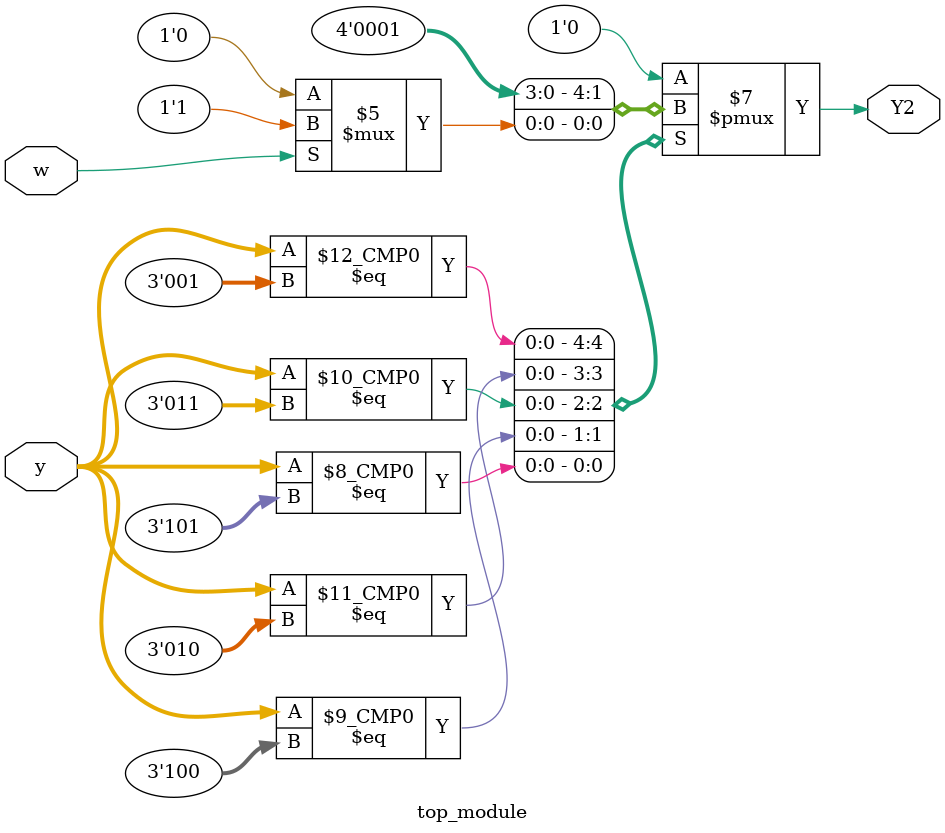
<source format=sv>
module top_module(
    input [3:1] y,
    input w,
    output reg Y2);

    always @(*) begin
        case (y)
            3'b000: Y2 = 1'b0;                  // A
            3'b001: Y2 = w ? 1'b0 : 1'b0;       // B
            3'b010: Y2 = w ? 1'b0 : 1'b0;       // C
            3'b011: Y2 = w ? 1'b0 : 1'b0;       // D
            3'b100: Y2 = 1'b1;                  // E
            3'b101: Y2 = w ? 1'b1 : 1'b0;       // F
            default: Y2 = 1'b0;                 // Safety default
        endcase
    end
endmodule

</source>
